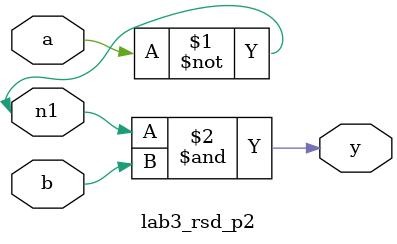
<source format=sv>
/* lab3_rsd_p2.sv
*  
* Hazırlayanlar:  
*   Recep Said Dulger  
*  
* Notlar:  
*   ELM235 2020 Bahar Lab3 - Problem 2  
*   Y = NOT A and B denkleminin gerçeklemesi  
*  
*/ 
 
module lab3_rsd_p2 (     
	input  logic a, b, n1,     
	output logic y 
); 
	assign #3 n1= ~a;
	assign #5 y = n1 & b;
 
endmodule 
</source>
